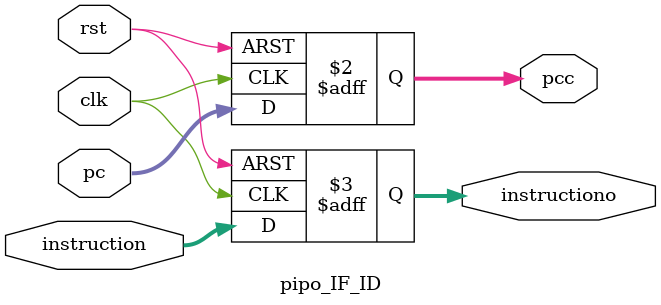
<source format=v>
module pipo_IF_ID (
  input [31:0] pc,
  input [31:0] instruction,
  input clk,
  input rst,
  output reg [31:0] pcc,
  output reg [31:0] instructiono
);
  always @(posedge clk or posedge rst) begin
      if (rst) begin
          pcc <= 32'b0;
          instructiono <= 32'b0;
      end else begin
          pcc <= pc;
          instructiono <= instruction;
      end
  end 
endmodule

</source>
